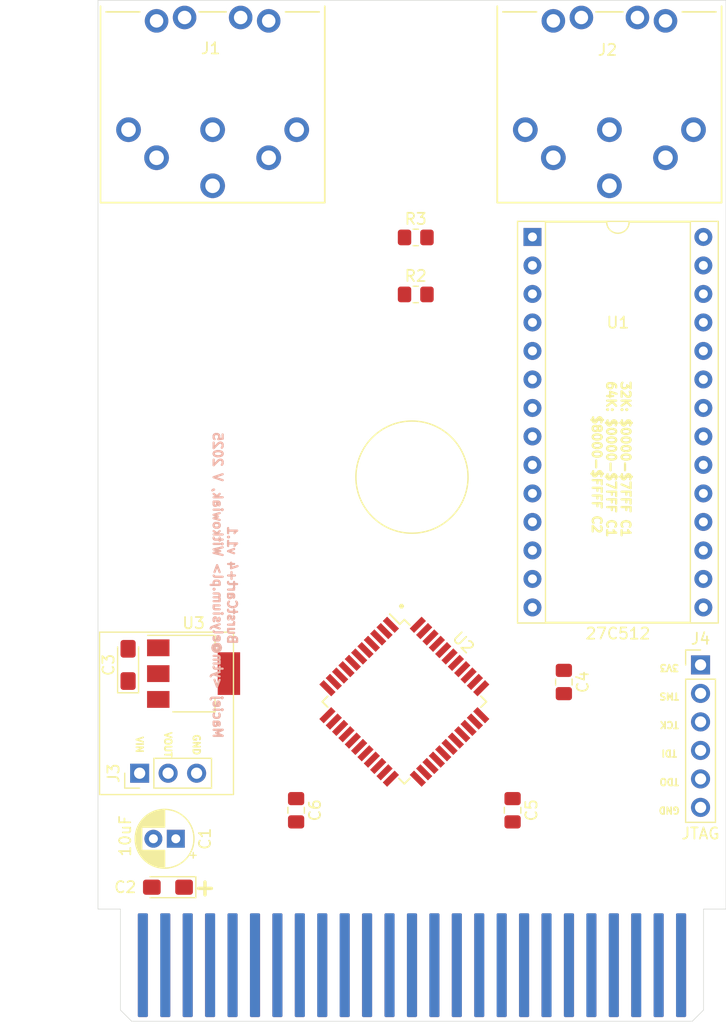
<source format=kicad_pcb>
(kicad_pcb (version 20211014) (generator pcbnew)
  (title_block (title "BurstCart+4") (date "2025-05-05") (rev "1.1") (company "YTM Enterprises") (comment 1 "Maciej Witkowiak <ytm@elysium.pl>"))
  (layers (0 "F.Cu" signal) (31 "B.Cu" signal) (34 "B.Paste" user) (35 "F.Paste" user) (36 "B.SilkS" user "B.Silkscreen") (37 "F.SilkS" user "F.Silkscreen") (38 "B.Mask" user) (39 "F.Mask" user) (44 "Edge.Cuts" user))
  (net 0 "")
  (net 2 "/~{IRQ}")
  (net 3 "/R{slash}~{W}")
  (net 4 "/PHI2")
  (net 5 "/D7")
  (net 6 "/D6")
  (net 7 "/D5")
  (net 8 "/D4")
  (net 9 "/D3")
  (net 10 "/D2")
  (net 11 "/D1")
  (net 12 "/D0")
  (net 13 "/~{RESET}")
  (net 14 "IEC_RESET")
  (net 15 "GND")
  (net 16 "IEC_ATN")
  (net 17 "IEC_CLK")
  (net 18 "IEC_DATA")
  (net 19 "VCC")
  (net 20 "/C1HI")
  (net 21 "/C2LO")
  (net 22 "/C2HI")
  (net 23 "/~{CS1}")
  (net 24 "/~{CS0}")
  (net 26 "/MUX")
  (net 27 "/BA")
  (net 28 "/AEC")
  (net 29 "/EXT_AUDIO")
  (net 30 "/NC2")
  (net 31 "/C1LO")
  (net 32 "/NC3")
  (net 33 "/~{RAS}")
  (net 34 "/PHI0")
  (net 35 "/A15")
  (net 36 "/A14")
  (net 37 "/A13")
  (net 38 "/A12")
  (net 39 "/A11")
  (net 40 "/A10")
  (net 41 "/A9")
  (net 42 "/A8")
  (net 43 "/A7")
  (net 44 "/A6")
  (net 45 "/A5")
  (net 46 "/A4")
  (net 47 "/A3")
  (net 48 "/A2")
  (net 49 "/A1")
  (net 50 "/A0")
  (net 51 "/NC1")
  (net 52 "/ROM_A15")
  (net 53 "/~{ROMCS}")
  (net 54 "IEC_SRQ")
  (net 55 "+3V3")
  (net 56 "/TMS")
  (net 57 "/TCK")
  (net 58 "/TDI")
  (net 59 "/TDO")
  (footprint "Package_TO_SOT_SMD:SOT-223-3_TabPin2" (layer "F.Cu") (at 128.778 111.774)
    (fp_text reference "U3" (at 0 -4.5) (layer "F.SilkS"))
    (fp_text value "AMS1117-3.3")
    (fp_line (start -4.1 -3.41) (end 1.91 -3.41) (layer "F.SilkS") (width 0.12))
    (fp_line (start -1.85 3.41) (end 1.91 3.41) (layer "F.SilkS") (width 0.12))
    (fp_line (start 1.91 3.41) (end 1.91 2.15) (layer "F.SilkS") (width 0.12))
    (fp_line (start 1.91 -3.41) (end 1.91 -2.15) (layer "F.SilkS") (width 0.12))
    (pad "1" smd rect (at -3.15 -2.3) (size 2 1.5) (layers "F.Cu" "F.Paste" "F.Mask") (net 15 "GND"))
    (pad "2" smd rect (at -3.15 0) (size 2 1.5) (layers "F.Cu" "F.Paste" "F.Mask") (net 55 "+3V3"))
    (pad "2" smd rect (at 3.15 0) (size 2 3.8) (layers "F.Cu" "F.Paste" "F.Mask") (net 55 "+3V3"))
    (pad "3" smd rect (at -3.15 2.3) (size 2 1.5) (layers "F.Cu" "F.Paste" "F.Mask") (net 19 "VCC"))
  )
  (footprint "Package_QFP:TQFP-44_10x10mm_P0.8mm" (layer "F.Cu") (at 147.574 114.2785 -45)
    (fp_text reference "U2" (at 0 -7.45 135) (layer "F.SilkS"))
    (fp_text value "XC9572XL-VQ44")
    (fp_line (start 5.175 -5.175) (end 4.5 -5.175) (layer "F.SilkS") (width 0.15))
    (fp_line (start -5.175 -5.175) (end -5.175 -4.6) (layer "F.SilkS") (width 0.15))
    (fp_line (start -5.175 5.175) (end -5.175 4.5) (layer "F.SilkS") (width 0.15))
    (fp_line (start 5.175 -5.175) (end 5.175 -4.5) (layer "F.SilkS") (width 0.15))
    (fp_line (start -5.175 -4.6) (end -6.45 -4.6) (layer "F.SilkS") (width 0.15))
    (fp_line (start 5.175 5.175) (end 4.5 5.175) (layer "F.SilkS") (width 0.15))
    (fp_line (start -5.175 -5.175) (end -4.5 -5.175) (layer "F.SilkS") (width 0.15))
    (fp_line (start -5.175 5.175) (end -4.5 5.175) (layer "F.SilkS") (width 0.15))
    (fp_line (start 5.175 5.175) (end 5.175 4.5) (layer "F.SilkS") (width 0.15))
    (pad "1" smd rect (at -5.7 -4 315) (size 1.5 0.55) (layers "F.Cu" "F.Paste" "F.Mask") (net 22 "/C2HI"))
    (pad "2" smd rect (at -5.7 -3.2 315) (size 1.5 0.55) (layers "F.Cu" "F.Paste" "F.Mask") (net 11 "/D1"))
    (pad "3" smd rect (at -5.7 -2.4 315) (size 1.5 0.55) (layers "F.Cu" "F.Paste" "F.Mask") (net 21 "/C2LO"))
    (pad "4" smd rect (at -5.7 -1.6 315) (size 1.5 0.55) (layers "F.Cu" "F.Paste" "F.Mask") (net 15 "GND"))
    (pad "5" smd rect (at -5.7 -0.8 315) (size 1.5 0.55) (layers "F.Cu" "F.Paste" "F.Mask") (net 52 "/ROM_A15"))
    (pad "6" smd rect (at -5.7 0 315) (size 1.5 0.55) (layers "F.Cu" "F.Paste" "F.Mask") (net 3 "/R{slash}~{W}"))
    (pad "7" smd rect (at -5.7 0.8 315) (size 1.5 0.55) (layers "F.Cu" "F.Paste" "F.Mask"))
    (pad "8" smd rect (at -5.7 1.6 315) (size 1.5 0.55) (layers "F.Cu" "F.Paste" "F.Mask") (net 26 "/MUX"))
    (pad "9" smd rect (at -5.7 2.4 315) (size 1.5 0.55) (layers "F.Cu" "F.Paste" "F.Mask") (net 58 "/TDI"))
    (pad "10" smd rect (at -5.7 3.2 315) (size 1.5 0.55) (layers "F.Cu" "F.Paste" "F.Mask") (net 56 "/TMS"))
    (pad "11" smd rect (at -5.7 4 315) (size 1.5 0.55) (layers "F.Cu" "F.Paste" "F.Mask") (net 57 "/TCK"))
    (pad "12" smd rect (at -4 5.7 45) (size 1.5 0.55) (layers "F.Cu" "F.Paste" "F.Mask") (net 41 "/A9"))
    (pad "13" smd rect (at -3.2 5.7 45) (size 1.5 0.55) (layers "F.Cu" "F.Paste" "F.Mask") (net 53 "/~{ROMCS}"))
    (pad "14" smd rect (at -2.4 5.7 45) (size 1.5 0.55) (layers "F.Cu" "F.Paste" "F.Mask") (net 42 "/A8"))
    (pad "15" smd rect (at -1.6 5.7 45) (size 1.5 0.55) (layers "F.Cu" "F.Paste" "F.Mask") (net 55 "+3V3"))
    (pad "16" smd rect (at -0.8 5.7 45) (size 1.5 0.55) (layers "F.Cu" "F.Paste" "F.Mask") (net 43 "/A7"))
    (pad "17" smd rect (at 0 5.7 45) (size 1.5 0.55) (layers "F.Cu" "F.Paste" "F.Mask") (net 15 "GND"))
    (pad "18" smd rect (at 0.8 5.7 45) (size 1.5 0.55) (layers "F.Cu" "F.Paste" "F.Mask") (net 45 "/A5"))
    (pad "19" smd rect (at 1.6 5.7 45) (size 1.5 0.55) (layers "F.Cu" "F.Paste" "F.Mask") (net 10 "/D2"))
    (pad "20" smd rect (at 2.4 5.7 45) (size 1.5 0.55) (layers "F.Cu" "F.Paste" "F.Mask") (net 36 "/A14"))
    (pad "21" smd rect (at 3.2 5.7 45) (size 1.5 0.55) (layers "F.Cu" "F.Paste" "F.Mask") (net 37 "/A13"))
    (pad "22" smd rect (at 4 5.7 45) (size 1.5 0.55) (layers "F.Cu" "F.Paste" "F.Mask") (net 38 "/A12"))
    (pad "23" smd rect (at 5.7 4 315) (size 1.5 0.55) (layers "F.Cu" "F.Paste" "F.Mask") (net 39 "/A11"))
    (pad "24" smd rect (at 5.7 3.2 315) (size 1.5 0.55) (layers "F.Cu" "F.Paste" "F.Mask") (net 59 "/TDO"))
    (pad "25" smd rect (at 5.7 2.4 315) (size 1.5 0.55) (layers "F.Cu" "F.Paste" "F.Mask") (net 15 "GND"))
    (pad "26" smd rect (at 5.7 1.6 315) (size 1.5 0.55) (layers "F.Cu" "F.Paste" "F.Mask") (net 55 "+3V3"))
    (pad "27" smd rect (at 5.7 0.8 315) (size 1.5 0.55) (layers "F.Cu" "F.Paste" "F.Mask") (net 40 "/A10"))
    (pad "28" smd rect (at 5.7 0 315) (size 1.5 0.55) (layers "F.Cu" "F.Paste" "F.Mask") (net 50 "/A0"))
    (pad "29" smd rect (at 5.7 -0.8 315) (size 1.5 0.55) (layers "F.Cu" "F.Paste" "F.Mask") (net 9 "/D3"))
    (pad "30" smd rect (at 5.7 -1.6 315) (size 1.5 0.55) (layers "F.Cu" "F.Paste" "F.Mask") (net 8 "/D4"))
    (pad "31" smd rect (at 5.7 -2.4 315) (size 1.5 0.55) (layers "F.Cu" "F.Paste" "F.Mask") (net 7 "/D5"))
    (pad "32" smd rect (at 5.7 -3.2 315) (size 1.5 0.55) (layers "F.Cu" "F.Paste" "F.Mask") (net 6 "/D6"))
    (pad "33" smd rect (at 5.7 -4 315) (size 1.5 0.55) (layers "F.Cu" "F.Paste" "F.Mask") (net 13 "/~{RESET}"))
    (pad "34" smd rect (at 4 -5.7 45) (size 1.5 0.55) (layers "F.Cu" "F.Paste" "F.Mask") (net 20 "/C1HI"))
    (pad "35" smd rect (at 3.2 -5.7 45) (size 1.5 0.55) (layers "F.Cu" "F.Paste" "F.Mask") (net 55 "+3V3"))
    (pad "36" smd rect (at 2.4 -5.7 45) (size 1.5 0.55) (layers "F.Cu" "F.Paste" "F.Mask") (net 31 "/C1LO"))
    (pad "37" smd rect (at 1.6 -5.7 45) (size 1.5 0.55) (layers "F.Cu" "F.Paste" "F.Mask") (net 5 "/D7"))
    (pad "38" smd rect (at 0.8 -5.7 45) (size 1.5 0.55) (layers "F.Cu" "F.Paste" "F.Mask") (net 18 "IEC_DATA"))
    (pad "39" smd rect (at 0 -5.7 45) (size 1.5 0.55) (layers "F.Cu" "F.Paste" "F.Mask") (net 12 "/D0"))
    (pad "40" smd rect (at -0.8 -5.7 45) (size 1.5 0.55) (layers "F.Cu" "F.Paste" "F.Mask") (net 35 "/A15"))
    (pad "41" smd rect (at -1.6 -5.7 45) (size 1.5 0.55) (layers "F.Cu" "F.Paste" "F.Mask") (net 46 "/A4"))
    (pad "42" smd rect (at -2.4 -5.7 45) (size 1.5 0.55) (layers "F.Cu" "F.Paste" "F.Mask") (net 44 "/A6"))
    (pad "43" smd rect (at -3.2 -5.7 45) (size 1.5 0.55) (layers "F.Cu" "F.Paste" "F.Mask") (net 54 "IEC_SRQ"))
    (pad "44" smd rect (at -4 -5.7 45) (size 1.5 0.55) (layers "F.Cu" "F.Paste" "F.Mask") (net 34 "/PHI0"))
  )
  (footprint "burstcart:DIN6" (layer "F.Cu") (at 130.302 57.658)
    (fp_text reference "J1" (at 0 -1.614 unlocked) (layer "F.SilkS"))
    (fp_text value "IEC")
    (fp_line (start 6.674 -4.864) (end 9.674 -4.864) (layer "F.SilkS") (width 0.15))
    (fp_line (start -1.026 -4.864) (end 1.374 -4.864) (layer "F.SilkS") (width 0.15))
    (fp_line (start -9.826 12.136) (end 10.174 12.136) (layer "F.SilkS") (width 0.15))
    (fp_line (start -9.826 -5.364) (end -9.826 12.136) (layer "F.SilkS") (width 0.15))
    (fp_line (start -9.326 -4.864) (end -6.326 -4.864) (layer "F.SilkS") (width 0.15))
    (fp_line (start 10.174 12.136) (end 10.174 -5.364) (layer "F.SilkS") (width 0.15))
    (pad "" thru_hole circle (at -2.326 -4.364) (size 2.1 2.1) (drill 1.2) (layers F&B.Cu *.Mask))
    (pad "" thru_hole circle (at -4.826 -4.064) (size 2.1 2.1) (drill 1.2) (layers F&B.Cu *.Mask))
    (pad "" thru_hole circle (at 2.674 -4.364) (size 2.1 2.1) (drill 1.2) (layers F&B.Cu *.Mask))
    (pad "" thru_hole circle (at 5.174 -4.064) (size 2.1 2.1) (drill 1.2) (layers F&B.Cu *.Mask))
    (pad "1" thru_hole circle (at -7.326 5.636) (size 2.2 2.2) (drill 1.3) (layers F&B.Cu *.Mask) (net 54 "IEC_SRQ") (clearance 0.3))
    (pad "2" thru_hole circle (at -4.826 8.136) (size 2.2 2.2) (drill 1.3) (layers F&B.Cu *.Mask) (net 15 "GND") (clearance 0.3))
    (pad "3" thru_hole circle (at 0.174 5.636) (size 2.2 2.2) (drill 1.3) (layers F&B.Cu *.Mask) (net 16 "IEC_ATN") (clearance 0.3))
    (pad "4" thru_hole circle (at 5.174 8.136) (size 2.2 2.2) (drill 1.3) (layers F&B.Cu *.Mask) (net 17 "IEC_CLK") (clearance 0.3))
    (pad "5" thru_hole circle (at 7.674 5.636) (size 2.2 2.2) (drill 1.3) (layers F&B.Cu *.Mask) (net 18 "IEC_DATA") (clearance 0.3))
    (pad "6" thru_hole circle (at 0.174 10.636) (size 2.2 2.2) (drill 1.3) (layers F&B.Cu *.Mask) (net 14 "IEC_RESET") (clearance 0.3))
  )
  (footprint "Package_DIP:DIP-28_W15.24mm_Socket" (layer "F.Cu") (at 158.999 72.8546)
    (fp_text reference "U1" (at 7.62 7.635) (layer "F.SilkS"))
    (fp_text value "27C512" (at 7.62 35.35) (layer "F.SilkS"))
    (fp_line (start 14.08 -1.33) (end 8.62 -1.33) (layer "F.SilkS") (width 0.12))
    (fp_line (start 16.57 34.41) (end 16.57 -1.39) (layer "F.SilkS") (width 0.12))
    (fp_line (start -1.33 -1.39) (end -1.33 34.41) (layer "F.SilkS") (width 0.12))
    (fp_line (start 16.57 -1.39) (end -1.33 -1.39) (layer "F.SilkS") (width 0.12))
    (fp_line (start 1.16 -1.33) (end 1.16 34.35) (layer "F.SilkS") (width 0.12))
    (fp_line (start 6.62 -1.33) (end 1.16 -1.33) (layer "F.SilkS") (width 0.12))
    (fp_line (start 14.08 34.35) (end 14.08 -1.33) (layer "F.SilkS") (width 0.12))
    (fp_line (start -1.33 34.41) (end 16.57 34.41) (layer "F.SilkS") (width 0.12))
    (fp_line (start 1.16 34.35) (end 14.08 34.35) (layer "F.SilkS") (width 0.12))
    (fp_arc (start 8.62 -1.33) (mid 7.62 -0.33) (end 6.62 -1.33) (layer "F.SilkS") (width 0.12))
    (pad "1" thru_hole rect (at 0 0) (size 1.6 1.6) (drill 0.8) (layers *.Cu *.Mask) (net 52 "/ROM_A15"))
    (pad "2" thru_hole oval (at 0 2.54) (size 1.6 1.6) (drill 0.8) (layers *.Cu *.Mask) (net 38 "/A12"))
    (pad "3" thru_hole oval (at 0 5.08) (size 1.6 1.6) (drill 0.8) (layers *.Cu *.Mask) (net 43 "/A7"))
    (pad "4" thru_hole oval (at 0 7.62) (size 1.6 1.6) (drill 0.8) (layers *.Cu *.Mask) (net 44 "/A6"))
    (pad "5" thru_hole oval (at 0 10.16) (size 1.6 1.6) (drill 0.8) (layers *.Cu *.Mask) (net 45 "/A5"))
    (pad "6" thru_hole oval (at 0 12.7) (size 1.6 1.6) (drill 0.8) (layers *.Cu *.Mask) (net 46 "/A4"))
    (pad "7" thru_hole oval (at 0 15.24) (size 1.6 1.6) (drill 0.8) (layers *.Cu *.Mask) (net 47 "/A3"))
    (pad "8" thru_hole oval (at 0 17.78) (size 1.6 1.6) (drill 0.8) (layers *.Cu *.Mask) (net 48 "/A2"))
    (pad "9" thru_hole oval (at 0 20.32) (size 1.6 1.6) (drill 0.8) (layers *.Cu *.Mask) (net 49 "/A1"))
    (pad "10" thru_hole oval (at 0 22.86) (size 1.6 1.6) (drill 0.8) (layers *.Cu *.Mask) (net 50 "/A0"))
    (pad "11" thru_hole oval (at 0 25.4) (size 1.6 1.6) (drill 0.8) (layers *.Cu *.Mask) (net 12 "/D0"))
    (pad "12" thru_hole oval (at 0 27.94) (size 1.6 1.6) (drill 0.8) (layers *.Cu *.Mask) (net 11 "/D1"))
    (pad "13" thru_hole oval (at 0 30.48) (size 1.6 1.6) (drill 0.8) (layers *.Cu *.Mask) (net 10 "/D2"))
    (pad "14" thru_hole oval (at 0 33.02) (size 1.6 1.6) (drill 0.8) (layers *.Cu *.Mask) (net 15 "GND"))
    (pad "15" thru_hole oval (at 15.24 33.02) (size 1.6 1.6) (drill 0.8) (layers *.Cu *.Mask) (net 9 "/D3"))
    (pad "16" thru_hole oval (at 15.24 30.48) (size 1.6 1.6) (drill 0.8) (layers *.Cu *.Mask) (net 8 "/D4"))
    (pad "17" thru_hole oval (at 15.24 27.94) (size 1.6 1.6) (drill 0.8) (layers *.Cu *.Mask) (net 7 "/D5"))
    (pad "18" thru_hole oval (at 15.24 25.4) (size 1.6 1.6) (drill 0.8) (layers *.Cu *.Mask) (net 6 "/D6"))
    (pad "19" thru_hole oval (at 15.24 22.86) (size 1.6 1.6) (drill 0.8) (layers *.Cu *.Mask) (net 5 "/D7"))
    (pad "20" thru_hole oval (at 15.24 20.32) (size 1.6 1.6) (drill 0.8) (layers *.Cu *.Mask) (net 53 "/~{ROMCS}"))
    (pad "21" thru_hole oval (at 15.24 17.78) (size 1.6 1.6) (drill 0.8) (layers *.Cu *.Mask) (net 40 "/A10"))
    (pad "22" thru_hole oval (at 15.24 15.24) (size 1.6 1.6) (drill 0.8) (layers *.Cu *.Mask) (net 53 "/~{ROMCS}"))
    (pad "23" thru_hole oval (at 15.24 12.7) (size 1.6 1.6) (drill 0.8) (layers *.Cu *.Mask) (net 39 "/A11"))
    (pad "24" thru_hole oval (at 15.24 10.16) (size 1.6 1.6) (drill 0.8) (layers *.Cu *.Mask) (net 41 "/A9"))
    (pad "25" thru_hole oval (at 15.24 7.62) (size 1.6 1.6) (drill 0.8) (layers *.Cu *.Mask) (net 42 "/A8"))
    (pad "26" thru_hole oval (at 15.24 5.08) (size 1.6 1.6) (drill 0.8) (layers *.Cu *.Mask) (net 37 "/A13"))
    (pad "27" thru_hole oval (at 15.24 2.54) (size 1.6 1.6) (drill 0.8) (layers *.Cu *.Mask) (net 36 "/A14"))
    (pad "28" thru_hole oval (at 15.24 0) (size 1.6 1.6) (drill 0.8) (layers *.Cu *.Mask) (net 19 "VCC"))
  )
  (footprint "Capacitor_SMD:C_0805_2012Metric_Pad1.18x1.45mm_HandSolder" (layer "F.Cu") (at 137.922 123.952 -90)
    (fp_text reference "C6" (at 0 -1.68 90) (layer "F.SilkS"))
    (fp_text value "0.1uF")
    (fp_line (start -0.261252 0.735) (end 0.261252 0.735) (layer "F.SilkS") (width 0.12))
    (fp_line (start -0.261252 -0.735) (end 0.261252 -0.735) (layer "F.SilkS") (width 0.12))
    (pad "1" smd roundrect (at -1.0375 0 270) (size 1.175 1.45) (layers "F.Cu" "F.Paste" "F.Mask") (roundrect_rratio 0.212766) (net 55 "+3V3"))
    (pad "2" smd roundrect (at 1.0375 0 270) (size 1.175 1.45) (layers "F.Cu" "F.Paste" "F.Mask") (roundrect_rratio 0.212766) (net 15 "GND"))
  )
  (footprint "Capacitor_SMD:C_0805_2012Metric_Pad1.18x1.45mm_HandSolder" (layer "F.Cu") (at 157.226 123.952 -90)
    (fp_text reference "C5" (at 0 -1.68 90) (layer "F.SilkS"))
    (fp_text value "0.1uF")
    (fp_line (start -0.261252 0.735) (end 0.261252 0.735) (layer "F.SilkS") (width 0.12))
    (fp_line (start -0.261252 -0.735) (end 0.261252 -0.735) (layer "F.SilkS") (width 0.12))
    (pad "1" smd roundrect (at -1.0375 0 270) (size 1.175 1.45) (layers "F.Cu" "F.Paste" "F.Mask") (roundrect_rratio 0.212766) (net 55 "+3V3"))
    (pad "2" smd roundrect (at 1.0375 0 270) (size 1.175 1.45) (layers "F.Cu" "F.Paste" "F.Mask") (roundrect_rratio 0.212766) (net 15 "GND"))
  )
  (footprint "Connector_PinHeader_2.54mm:PinHeader_1x03_P2.54mm_Vertical" (layer "F.Cu") (at 123.967 120.65 90)
    (fp_text reference "J3" (at 0 -2.33 90) (layer "F.SilkS"))
    (fp_text value "AMS1117")
    (fp_line (start -1.33 -1.33) (end 0 -1.33) (layer "F.SilkS") (width 0.12))
    (fp_line (start -1.33 6.41) (end 1.33 6.41) (layer "F.SilkS") (width 0.12))
    (fp_line (start -1.33 1.27) (end 1.33 1.27) (layer "F.SilkS") (width 0.12))
    (fp_line (start 1.33 1.27) (end 1.33 6.41) (layer "F.SilkS") (width 0.12))
    (fp_line (start -1.33 0) (end -1.33 -1.33) (layer "F.SilkS") (width 0.12))
    (fp_line (start -1.33 1.27) (end -1.33 6.41) (layer "F.SilkS") (width 0.12))
    (pad "1" thru_hole rect (at 0 0 90) (size 1.7 1.7) (drill 1) (layers *.Cu *.Mask) (net 19 "VCC"))
    (pad "2" thru_hole oval (at 0 2.54 90) (size 1.7 1.7) (drill 1) (layers *.Cu *.Mask) (net 55 "+3V3"))
    (pad "3" thru_hole oval (at 0 5.08 90) (size 1.7 1.7) (drill 1) (layers *.Cu *.Mask) (net 15 "GND"))
  )
  (footprint "c264-magic-cart-rev1:C16_CART" (layer "F.Cu") (at 122.2531 142.7596)
    (fp_text reference "U$1" hide)
    (fp_text value "C16_CARTRIDGE" hide)
    (fp_circle (center 26 -48.5) (end 31 -48.5) (layer "F.SilkS") (width 0.127) (fill none))
    (fp_line (start 54 -10) (end 52 -10) (layer "Edge.Cuts") (width 0.05))
    (fp_line (start -2 -10) (end -2 -91) (layer "Edge.Cuts") (width 0.05))
    (fp_line (start -2 -10) (end 0 -10) (layer "Edge.Cuts") (width 0.05))
    (fp_line (start 51 0) (end 52 -1) (layer "Edge.Cuts") (width 0.05))
    (fp_line (start -2 -91) (end 54 -91) (layer "Edge.Cuts") (width 0.05))
    (fp_line (start 52 -1) (end 52 -10) (layer "Edge.Cuts") (width 0.05))
    (fp_line (start 0 -1) (end 0 -10) (layer "Edge.Cuts") (width 0.05))
    (fp_line (start 1 0) (end 51 0) (layer "Edge.Cuts") (width 0.05))
    (fp_line (start 54 -10) (end 54 -91) (layer "Edge.Cuts") (width 0.05))
    (fp_line (start 1 0) (end 0 -1) (layer "Edge.Cuts") (width 0.05))
    (pad "" np_thru_hole circle locked (at 26 -48.5) (size 5 5) (drill 5) (layers F&B.Cu *.Mask))
    (pad "1" smd roundrect locked (at 2 -5) (size 0.9 9.25) (layers "F.Cu" "F.Paste" "F.Mask") (roundrect_rratio 0.125) (net 15 "GND"))
    (pad "2" smd roundrect locked (at 4 -5) (size 0.9 9.25) (layers "F.Cu" "F.Paste" "F.Mask") (roundrect_rratio 0.125) (net 19 "VCC"))
    (pad "3" smd roundrect locked (at 6 -5) (size 0.9 9.25) (layers "F.Cu" "F.Paste" "F.Mask") (roundrect_rratio 0.125) (net 19 "VCC"))
    (pad "4" smd roundrect locked (at 8 -5) (size 0.9 9.25) (layers "F.Cu" "F.Paste" "F.Mask") (roundrect_rratio 0.125) (net 2 "/~{IRQ}"))
    (pad "5" smd roundrect locked (at 10 -5) (size 0.9 9.25) (layers "F.Cu" "F.Paste" "F.Mask") (roundrect_rratio 0.125) (net 3 "/R{slash}~{W}"))
    (pad "6" smd roundrect locked (at 12 -5) (size 0.9 9.25) (layers "F.Cu" "F.Paste" "F.Mask") (roundrect_rratio 0.125) (net 20 "/C1HI"))
    (pad "7" smd roundrect locked (at 14 -5) (size 0.9 9.25) (layers "F.Cu" "F.Paste" "F.Mask") (roundrect_rratio 0.125) (net 21 "/C2LO"))
    (pad "8" smd roundrect locked (at 16 -5) (size 0.9 9.25) (layers "F.Cu" "F.Paste" "F.Mask") (roundrect_rratio 0.125) (net 22 "/C2HI"))
    (pad "9" smd roundrect locked (at 18 -5) (size 0.9 9.25) (layers "F.Cu" "F.Paste" "F.Mask") (roundrect_rratio 0.125) (net 23 "/~{CS1}"))
    (pad "10" smd roundrect locked (at 20 -5) (size 0.9 9.25) (layers "F.Cu" "F.Paste" "F.Mask") (roundrect_rratio 0.125) (net 24 "/~{CS0}"))
    (pad "11" smd roundrect locked (at 22 -5) (size 0.9 9.25) (layers "F.Cu" "F.Paste" "F.Mask") (roundrect_rratio 0.125))
    (pad "12" smd roundrect locked (at 24 -5) (size 0.9 9.25) (layers "F.Cu" "F.Paste" "F.Mask") (roundrect_rratio 0.125) (net 26 "/MUX"))
    (pad "13" smd roundrect locked (at 26 -5) (size 0.9 9.25) (layers "F.Cu" "F.Paste" "F.Mask") (roundrect_rratio 0.125) (net 27 "/BA"))
    (pad "14" smd roundrect locked (at 28 -5) (size 0.9 9.25) (layers "F.Cu" "F.Paste" "F.Mask") (roundrect_rratio 0.125) (net 5 "/D7"))
    (pad "15" smd roundrect locked (at 30 -5) (size 0.9 9.25) (layers "F.Cu" "F.Paste" "F.Mask") (roundrect_rratio 0.125) (net 6 "/D6"))
    (pad "16" smd roundrect locked (at 32 -5) (size 0.9 9.25) (layers "F.Cu" "F.Paste" "F.Mask") (roundrect_rratio 0.125) (net 7 "/D5"))
    (pad "17" smd roundrect locked (at 34 -5) (size 0.9 9.25) (layers "F.Cu" "F.Paste" "F.Mask") (roundrect_rratio 0.125) (net 8 "/D4"))
    (pad "18" smd roundrect locked (at 36 -5) (size 0.9 9.25) (layers "F.Cu" "F.Paste" "F.Mask") (roundrect_rratio 0.125) (net 9 "/D3"))
    (pad "19" smd roundrect locked (at 38 -5) (size 0.9 9.25) (layers "F.Cu" "F.Paste" "F.Mask") (roundrect_rratio 0.125) (net 10 "/D2"))
    (pad "20" smd roundrect locked (at 40 -5) (size 0.9 9.25) (layers "F.Cu" "F.Paste" "F.Mask") (roundrect_rratio 0.125) (net 11 "/D1"))
    (pad "21" smd roundrect locked (at 42 -5) (size 0.9 9.25) (layers "F.Cu" "F.Paste" "F.Mask") (roundrect_rratio 0.125) (net 12 "/D0"))
    (pad "22" smd roundrect locked (at 44 -5) (size 0.9 9.25) (layers "F.Cu" "F.Paste" "F.Mask") (roundrect_rratio 0.125) (net 28 "/AEC"))
    (pad "23" smd roundrect locked (at 46 -5) (size 0.9 9.25) (layers "F.Cu" "F.Paste" "F.Mask") (roundrect_rratio 0.125) (net 29 "/EXT_AUDIO"))
    (pad "24" smd roundrect locked (at 48 -5) (size 0.9 9.25) (layers "F.Cu" "F.Paste" "F.Mask") (roundrect_rratio 0.125) (net 4 "/PHI2"))
    (pad "25" smd roundrect locked (at 50 -5) (size 0.9 9.25) (layers "F.Cu" "F.Paste" "F.Mask") (roundrect_rratio 0.125) (net 15 "GND"))
    (pad "A" smd roundrect locked (at 2 -5) (size 0.9 9.25) (layers "B.Cu" "B.Paste" "B.Mask") (roundrect_rratio 0.125) (net 15 "GND"))
    (pad "AA" smd roundrect locked (at 46 -5) (size 0.9 9.25) (layers "B.Cu" "B.Paste" "B.Mask") (roundrect_rratio 0.125) (net 30 "/NC2"))
    (pad "B" smd roundrect locked (at 4 -5) (size 0.9 9.25) (layers "B.Cu" "B.Paste" "B.Mask") (roundrect_rratio 0.125) (net 31 "/C1LO"))
    (pad "BB" smd roundrect locked (at 48 -5) (size 0.9 9.25) (layers "B.Cu" "B.Paste" "B.Mask") (roundrect_rratio 0.125) (net 32 "/NC3"))
    (pad "C" smd roundrect locked (at 6 -5) (size 0.9 9.25) (layers "B.Cu" "B.Paste" "B.Mask") (roundrect_rratio 0.125) (net 13 "/~{RESET}"))
    (pad "CC" smd roundrect locked (at 50 -5) (size 0.9 9.25) (layers "B.Cu" "B.Paste" "B.Mask") (roundrect_rratio 0.125) (net 15 "GND"))
    (pad "D" smd roundrect locked (at 8 -5) (size 0.9 9.25) (layers "B.Cu" "B.Paste" "B.Mask") (roundrect_rratio 0.125) (net 33 "/~{RAS}"))
    (pad "E" smd roundrect locked (at 10 -5) (size 0.9 9.25) (layers "B.Cu" "B.Paste" "B.Mask") (roundrect_rratio 0.125) (net 34 "/PHI0"))
    (pad "F" smd roundrect locked (at 12 -5) (size 0.9 9.25) (layers "B.Cu" "B.Paste" "B.Mask") (roundrect_rratio 0.125) (net 35 "/A15"))
    (pad "H" smd roundrect locked (at 14 -5) (size 0.9 9.25) (layers "B.Cu" "B.Paste" "B.Mask") (roundrect_rratio 0.125) (net 36 "/A14"))
    (pad "J" smd roundrect locked (at 16 -5) (size 0.9 9.25) (layers "B.Cu" "B.Paste" "B.Mask") (roundrect_rratio 0.125) (net 37 "/A13"))
    (pad "K" smd roundrect locked (at 18 -5) (size 0.9 9.25) (layers "B.Cu" "B.Paste" "B.Mask") (roundrect_rratio 0.125) (net 38 "/A12"))
    (pad "L" smd roundrect locked (at 20 -5) (size 0.9 9.25) (layers "B.Cu" "B.Paste" "B.Mask") (roundrect_rratio 0.125) (net 39 "/A11"))
    (pad "M" smd roundrect locked (at 22 -5) (size 0.9 9.25) (layers "B.Cu" "B.Paste" "B.Mask") (roundrect_rratio 0.125) (net 40 "/A10"))
    (pad "N" smd roundrect locked (at 24 -5) (size 0.9 9.25) (layers "B.Cu" "B.Paste" "B.Mask") (roundrect_rratio 0.125) (net 41 "/A9"))
    (pad "P" smd roundrect locked (at 26 -5) (size 0.9 9.25) (layers "B.Cu" "B.Paste" "B.Mask") (roundrect_rratio 0.125) (net 42 "/A8"))
    (pad "R" smd roundrect locked (at 28 -5) (size 0.9 9.25) (layers "B.Cu" "B.Paste" "B.Mask") (roundrect_rratio 0.125) (net 43 "/A7"))
    (pad "S" smd roundrect locked (at 30 -5) (size 0.9 9.25) (layers "B.Cu" "B.Paste" "B.Mask") (roundrect_rratio 0.125) (net 44 "/A6"))
    (pad "T" smd roundrect locked (at 32 -5) (size 0.9 9.25) (layers "B.Cu" "B.Paste" "B.Mask") (roundrect_rratio 0.125) (net 45 "/A5"))
    (pad "U" smd roundrect locked (at 34 -5) (size 0.9 9.25) (layers "B.Cu" "B.Paste" "B.Mask") (roundrect_rratio 0.125) (net 46 "/A4"))
    (pad "V" smd roundrect locked (at 36 -5) (size 0.9 9.25) (layers "B.Cu" "B.Paste" "B.Mask") (roundrect_rratio 0.125) (net 47 "/A3"))
    (pad "W" smd roundrect locked (at 38 -5) (size 0.9 9.25) (layers "B.Cu" "B.Paste" "B.Mask") (roundrect_rratio 0.125) (net 48 "/A2"))
    (pad "X" smd roundrect locked (at 40 -5) (size 0.9 9.25) (layers "B.Cu" "B.Paste" "B.Mask") (roundrect_rratio 0.125) (net 49 "/A1"))
    (pad "Y" smd roundrect locked (at 42 -5) (size 0.9 9.25) (layers "B.Cu" "B.Paste" "B.Mask") (roundrect_rratio 0.125) (net 50 "/A0"))
    (pad "Z" smd roundrect locked (at 44 -5) (size 0.9 9.25) (layers "B.Cu" "B.Paste" "B.Mask") (roundrect_rratio 0.125) (net 51 "/NC1"))
  )
  (footprint "burstcart:DIN6" (layer "F.Cu") (at 165.688 57.658)
    (fp_text reference "J2" (at 0 -1.476 unlocked) (layer "F.SilkS"))
    (fp_text value "IEC")
    (fp_line (start 10.174 12.136) (end 10.174 -5.364) (layer "F.SilkS") (width 0.15))
    (fp_line (start -9.326 -4.864) (end -6.326 -4.864) (layer "F.SilkS") (width 0.15))
    (fp_line (start -1.026 -4.864) (end 1.374 -4.864) (layer "F.SilkS") (width 0.15))
    (fp_line (start -9.826 12.136) (end 10.174 12.136) (layer "F.SilkS") (width 0.15))
    (fp_line (start -9.826 -5.364) (end -9.826 12.136) (layer "F.SilkS") (width 0.15))
    (fp_line (start 6.674 -4.864) (end 9.674 -4.864) (layer "F.SilkS") (width 0.15))
    (pad "" thru_hole circle (at 5.174 -4.064) (size 2.1 2.1) (drill 1.2) (layers F&B.Cu *.Mask))
    (pad "" thru_hole circle (at 2.674 -4.364) (size 2.1 2.1) (drill 1.2) (layers F&B.Cu *.Mask))
    (pad "" thru_hole circle (at -4.826 -4.064) (size 2.1 2.1) (drill 1.2) (layers F&B.Cu *.Mask))
    (pad "" thru_hole circle (at -2.326 -4.364) (size 2.1 2.1) (drill 1.2) (layers F&B.Cu *.Mask))
    (pad "1" thru_hole circle (at -7.326 5.636) (size 2.2 2.2) (drill 1.3) (layers F&B.Cu *.Mask) (net 54 "IEC_SRQ") (clearance 0.3))
    (pad "2" thru_hole circle (at -4.826 8.136) (size 2.2 2.2) (drill 1.3) (layers F&B.Cu *.Mask) (net 15 "GND") (clearance 0.3))
    (pad "3" thru_hole circle (at 0.174 5.636) (size 2.2 2.2) (drill 1.3) (layers F&B.Cu *.Mask) (net 16 "IEC_ATN") (clearance 0.3))
    (pad "4" thru_hole circle (at 5.174 8.136) (size 2.2 2.2) (drill 1.3) (layers F&B.Cu *.Mask) (net 17 "IEC_CLK") (clearance 0.3))
    (pad "5" thru_hole circle (at 7.674 5.636) (size 2.2 2.2) (drill 1.3) (layers F&B.Cu *.Mask) (net 18 "IEC_DATA") (clearance 0.3))
    (pad "6" thru_hole circle (at 0.174 10.636) (size 2.2 2.2) (drill 1.3) (layers F&B.Cu *.Mask) (net 14 "IEC_RESET") (clearance 0.3))
  )
  (footprint "Capacitor_THT:CP_Radial_D5.0mm_P2.00mm" (layer "F.Cu") (at 127.1931 126.492 180)
    (fp_text reference "C1" (at -2.600888 0 90) (layer "F.SilkS"))
    (fp_text value "10uF" (at 4.511112 0.254 90) (layer "F.SilkS"))
    (fp_line (start 1.921 -2.414) (end 1.921 -1.04) (layer "F.SilkS") (width 0.12))
    (fp_line (start 1.721 1.04) (end 1.721 2.48) (layer "F.SilkS") (width 0.12))
    (fp_line (start 1.04 1.04) (end 1.04 2.58) (layer "F.SilkS") (width 0.12))
    (fp_line (start 1.64 -2.501) (end 1.64 -1.04) (layer "F.SilkS") (width 0.12))
    (fp_line (start 2.281 1.04) (end 2.281 2.247) (layer "F.SilkS") (width 0.12))
    (fp_line (start 2.681 -1.971) (end 2.681 -1.04) (layer "F.SilkS") (width 0.12))
    (fp_line (start 1.16 1.04) (end 1.16 2.576) (layer "F.SilkS") (width 0.12))
    (fp_line (start 2.561 -2.065) (end 2.561 -1.04) (layer "F.SilkS") (width 0.12))
    (fp_line (start 1 -2.58) (end 1 -1.04) (layer "F.SilkS") (width 0.12))
    (fp_line (start 2.601 -2.035) (end 2.601 -1.04) (layer "F.SilkS") (width 0.12))
    (fp_line (start 2.481 1.04) (end 2.481 2.122) (layer "F.SilkS") (width 0.12))
    (fp_line (start 1.28 1.04) (end 1.28 2.565) (layer "F.SilkS") (width 0.12))
    (fp_line (start -1.804775 -1.475) (end -1.304775 -1.475) (layer "F.SilkS") (width 0.12))
    (fp_line (start 1.36 -2.556) (end 1.36 -1.04) (layer "F.SilkS") (width 0.12))
    (fp_line (start 1.08 1.04) (end 1.08 2.579) (layer "F.SilkS") (width 0.12))
    (fp_line (start 1.6 -2.511) (end 1.6 -1.04) (layer "F.SilkS") (width 0.12))
    (fp_line (start 2.801 1.04) (end 2.801 1.864) (layer "F.SilkS") (width 0.12))
    (fp_line (start 1.761 1.04) (end 1.761 2.468) (layer "F.SilkS") (width 0.12))
    (fp_line (start 2.561 1.04) (end 2.561 2.065) (layer "F.SilkS") (width 0.12))
    (fp_line (start 3.001 -1.653) (end 3.001 -1.04) (layer "F.SilkS") (width 0.12))
    (fp_line (start 3.561 -0.518) (end 3.561 0.518) (layer "F.SilkS") (width 0.12))
    (fp_line (start 2.961 -1.699) (end 2.961 -1.04) (layer "F.SilkS") (width 0.12))
    (fp_line (start 2.441 1.04) (end 2.441 2.149) (layer "F.SilkS") (width 0.12))
    (fp_line (start 3.081 -1.554) (end 3.081 1.554) (layer "F.SilkS") (width 0.12))
    (fp_line (start 1.48 -2.536) (end 1.48 -1.04) (layer "F.SilkS") (width 0.12))
    (fp_line (start 2.841 -1.826) (end 2.841 -1.04) (layer "F.SilkS") (width 0.12))
    (fp_line (start 2.321 -2.224) (end 2.321 -1.04) (layer "F.SilkS") (width 0.12))
    (fp_line (start 2.241 1.04) (end 2.241 2.268) (layer "F.SilkS") (width 0.12))
    (fp_line (start 1.36 1.04) (end 1.36 2.556) (layer "F.SilkS") (width 0.12))
    (fp_line (start 2.761 -1.901) (end 2.761 -1.04) (layer "F.SilkS") (width 0.12))
    (fp_line (start 2.961 1.04) (end 2.961 1.699) (layer "F.SilkS") (width 0.12))
    (fp_line (start 2.401 -2.175) (end 2.401 -1.04) (layer "F.SilkS") (width 0.12))
    (fp_line (start 1.16 -2.576) (end 1.16 -1.04) (layer "F.SilkS") (width 0.12))
    (fp_line (start 1.801 1.04) (end 1.801 2.455) (layer "F.SilkS") (width 0.12))
    (fp_line (start 2.041 -2.365) (end 2.041 -1.04) (layer "F.SilkS") (width 0.12))
    (fp_line (start 1.841 -2.442) (end 1.841 -1.04) (layer "F.SilkS") (width 0.12))
    (fp_line (start 2.881 -1.785) (end 2.881 -1.04) (layer "F.SilkS") (width 0.12))
    (fp_line (start 1.64 1.04) (end 1.64 2.501) (layer "F.SilkS") (width 0.12))
    (fp_line (start 3.121 -1.5) (end 3.121 1.5) (layer "F.SilkS") (width 0.12))
    (fp_line (start 1.12 -2.578) (end 1.12 -1.04) (layer "F.SilkS") (width 0.12))
    (fp_line (start 1.24 -2.569) (end 1.24 -1.04) (layer "F.SilkS") (width 0.12))
    (fp_line (start 2.361 1.04) (end 2.361 2.2) (layer "F.SilkS") (width 0.12))
    (fp_line (start 2.801 -1.864) (end 2.801 -1.04) (layer "F.SilkS") (width 0.12))
    (fp_line (start 1.761 -2.468) (end 1.761 -1.04) (layer "F.SilkS") (width 0.12))
    (fp_line (start 1.68 1.04) (end 1.68 2.491) (layer "F.SilkS") (width 0.12))
    (fp_line (start 2.921 1.04) (end 2.921 1.743) (layer "F.SilkS") (width 0.12))
    (fp_line (start 2.401 1.04) (end 2.401 2.175) (layer "F.SilkS") (width 0.12))
    (fp_line (start 1.56 -2.52) (end 1.56 -1.04) (layer "F.SilkS") (width 0.12))
    (fp_line (start 1.52 1.04) (end 1.52 2.528) (layer "F.SilkS") (width 0.12))
    (fp_line (start 3.041 -1.605) (end 3.041 1.605) (layer "F.SilkS") (width 0.12))
    (fp_line (start 1.961 1.04) (end 1.961 2.398) (layer "F.SilkS") (width 0.12))
    (fp_line (start 1.32 1.04) (end 1.32 2.561) (layer "F.SilkS") (width 0.12))
    (fp_line (start 1.721 -2.48) (end 1.721 -1.04) (layer "F.SilkS") (width 0.12))
    (fp_line (start 1.32 -2.561) (end 1.32 -1.04) (layer "F.SilkS") (width 0.12))
    (fp_line (start 2.881 1.04) (end 2.881 1.785) (layer "F.SilkS") (width 0.12))
    (fp_line (start 1.44 1.04) (end 1.44 2.543) (layer "F.SilkS") (width 0.12))
    (fp_line (start 2.001 1.04) (end 2.001 2.382) (layer "F.SilkS") (width 0.12))
    (fp_line (start 2.361 -2.2) (end 2.361 -1.04) (layer "F.SilkS") (width 0.12))
    (fp_line (start -1.554775 -1.725) (end -1.554775 -1.225) (layer "F.SilkS") (width 0.12))
    (fp_line (start 3.161 -1.443) (end 3.161 1.443) (layer "F.SilkS") (width 0.12))
    (fp_line (start 1.24 1.04) (end 1.24 2.569) (layer "F.SilkS") (width 0.12))
    (fp_line (start 1.28 -2.565) (end 1.28 -1.04) (layer "F.SilkS") (width 0.12))
    (fp_line (start 2.441 -2.149) (end 2.441 -1.04) (layer "F.SilkS") (width 0.12))
    (fp_line (start 2.721 -1.937) (end 2.721 -1.04) (layer "F.SilkS") (width 0.12))
    (fp_line (start 1.48 1.04) (end 1.48 2.536) (layer "F.SilkS") (width 0.12))
    (fp_line (start 2.321 1.04) (end 2.321 2.224) (layer "F.SilkS") (width 0.12))
    (fp_line (start 1.841 1.04) (end 1.841 2.442) (layer "F.SilkS") (width 0.12))
    (fp_line (start 3.401 -1.011) (end 3.401 1.011) (layer "F.SilkS") (width 0.12))
    (fp_line (start 1.12 1.04) (end 1.12 2.578) (layer "F.SilkS") (width 0.12))
    (fp_line (start 2.841 1.04) (end 2.841 1.826) (layer "F.SilkS") (width 0.12))
    (fp_line (start 2.641 -2.004) (end 2.641 -1.04) (layer "F.SilkS") (width 0.12))
    (fp_line (start 3.481 -0.805) (end 3.481 0.805) (layer "F.SilkS") (width 0.12))
    (fp_line (start 1.921 1.04) (end 1.921 2.414) (layer "F.SilkS") (width 0.12))
    (fp_line (start 1.04 -2.58) (end 1.04 -1.04) (layer "F.SilkS") (width 0.12))
    (fp_line (start 3.361 -1.098) (end 3.361 1.098) (layer "F.SilkS") (width 0.12))
    (fp_line (start 2.641 1.04) (end 2.641 2.004) (layer "F.SilkS") (width 0.12))
    (fp_line (start 2.521 1.04) (end 2.521 2.095) (layer "F.SilkS") (width 0.12))
    (fp_line (start 3.521 -0.677) (end 3.521 0.677) (layer "F.SilkS") (width 0.12))
    (fp_line (start 2.161 1.04) (end 2.161 2.31) (layer "F.SilkS") (width 0.12))
    (fp_line (start 2.241 -2.268) (end 2.241 -1.04) (layer "F.SilkS") (width 0.12))
    (fp_line (start 1.881 -2.428) (end 1.881 -1.04) (layer "F.SilkS") (width 0.12))
    (fp_line (start 2.081 1.04) (end 2.081 2.348) (layer "F.SilkS") (width 0.12))
    (fp_line (start 2.041 1.04) (end 2.041 2.365) (layer "F.SilkS") (width 0.12))
    (fp_line (start 1.56 1.04) (end 1.56 2.52) (layer "F.SilkS") (width 0.12))
    (fp_line (start 1.44 -2.543) (end 1.44 -1.04) (layer "F.SilkS") (width 0.12))
    (fp_line (start 1.08 -2.579) (end 1.08 -1.04) (layer "F.SilkS") (width 0.12))
    (fp_line (start 2.121 1.04) (end 2.121 2.329) (layer "F.SilkS") (width 0.12))
    (fp_line (start 2.281 -2.247) (end 2.281 -1.04) (layer "F.SilkS") (width 0.12))
    (fp_line (start 2.481 -2.122) (end 2.481 -1.04) (layer "F.SilkS") (width 0.12))
    (fp_line (start 2.121 -2.329) (end 2.121 -1.04) (layer "F.SilkS") (width 0.12))
    (fp_line (start 3.201 -1.383) (end 3.201 1.383) (layer "F.SilkS") (width 0.12))
    (fp_line (start 1.2 -2.573) (end 1.2 -1.04) (layer "F.SilkS") (width 0.12))
    (fp_line (start 1.68 -2.491) (end 1.68 -1.04) (layer "F.SilkS") (width 0.12))
    (fp_line (start 2.601 1.04) (end 2.601 2.035) (layer "F.SilkS") (width 0.12))
    (fp_line (start 2.521 -2.095) (end 2.521 -1.04) (layer "F.SilkS") (width 0.12))
    (fp_line (start 3.281 -1.251) (end 3.281 1.251) (layer "F.SilkS") (width 0.12))
    (fp_line (start 1.4 -2.55) (end 1.4 -1.04) (layer "F.SilkS") (width 0.12))
    (fp_line (start 3.001 1.04) (end 3.001 1.653) (layer "F.SilkS") (width 0.12))
    (fp_line (start 3.601 -0.284) (end 3.601 0.284) (layer "F.SilkS") (width 0.12))
    (fp_line (start 1.4 1.04) (end 1.4 2.55) (layer "F.SilkS") (width 0.12))
    (fp_line (start 3.321 -1.178) (end 3.321 1.178) (layer "F.SilkS") (width 0.12))
    (fp_line (start 3.241 -1.319) (end 3.241 1.319) (layer "F.SilkS") (width 0.12))
    (fp_line (start 2.201 -2.29) (end 2.201 -1.04) (layer "F.SilkS") (width 0.12))
    (fp_line (start 2.721 1.04) (end 2.721 1.937) (layer "F.SilkS") (width 0.12))
    (fp_line (start 2.921 -1.743) (end 2.921 -1.04) (layer "F.SilkS") (width 0.12))
    (fp_line (start 3.441 -0.915) (end 3.441 0.915) (layer "F.SilkS") (width 0.12))
    (fp_line (start 2.201 1.04) (end 2.201 2.29) (layer "F.SilkS") (width 0.12))
    (fp_line (start 2.761 1.04) (end 2.761 1.901) (layer "F.SilkS") (width 0.12))
    (fp_line (start 1.961 -2.398) (end 1.961 -1.04) (layer "F.SilkS") (width 0.12))
    (fp_line (start 2.081 -2.348) (end 2.081 -1.04) (layer "F.SilkS") (width 0.12))
    (fp_line (start 1.881 1.04) (end 1.881 2.428) (layer "F.SilkS") (width 0.12))
    (fp_line (start 1.6 1.04) (end 1.6 2.511) (layer "F.SilkS") (width 0.12))
    (fp_line (start 1 1.04) (end 1 2.58) (layer "F.SilkS") (width 0.12))
    (fp_line (start 2.161 -2.31) (end 2.161 -1.04) (layer "F.SilkS") (width 0.12))
    (fp_line (start 1.2 1.04) (end 1.2 2.573) (layer "F.SilkS") (width 0.12))
    (fp_line (start 1.52 -2.528) (end 1.52 -1.04) (layer "F.SilkS") (width 0.12))
    (fp_line (start 2.001 -2.382) (end 2.001 -1.04) (layer "F.SilkS") (width 0.12))
    (fp_line (start 1.801 -2.455) (end 1.801 -1.04) (layer "F.SilkS") (width 0.12))
    (fp_line (start 2.681 1.04) (end 2.681 1.971) (layer "F.SilkS") (width 0.12))
    (fp_circle (center 1 0) (end 3.62 0) (layer "F.SilkS") (width 0.12) (fill none))
    (pad "1" thru_hole rect (at 0 0 180) (size 1.6 1.6) (drill 0.8) (layers *.Cu *.Mask) (net 19 "VCC"))
    (pad "2" thru_hole circle (at 2 0 180) (size 1.6 1.6) (drill 0.8) (layers *.Cu *.Mask) (net 15 "GND"))
  )
  (footprint "Resistor_SMD:R_0805_2012Metric_Pad1.20x1.40mm_HandSolder" (layer "F.Cu") (at 148.59 72.898)
    (property "Value" "3K3")
    (fp_text reference "R3" (at 0 -1.65) (layer "F.SilkS"))
    (fp_text value "3K3")
    (fp_line (start -0.227064 0.735) (end 0.227064 0.735) (layer "F.SilkS") (width 0.12))
    (fp_line (start -0.227064 -0.735) (end 0.227064 -0.735) (layer "F.SilkS") (width 0.12))
    (pad "1" smd roundrect (at -1 0) (size 1.2 1.4) (layers "F.Cu" "F.Paste" "F.Mask") (roundrect_rratio 0.208333) (net 19 "VCC"))
    (pad "2" smd roundrect (at 1 0) (size 1.2 1.4) (layers "F.Cu" "F.Paste" "F.Mask") (roundrect_rratio 0.208333) (net 54 "IEC_SRQ"))
  )
  (footprint "Capacitor_Tantalum_SMD:CP_EIA-3216-12_Kemet-S_Pad1.58x1.35mm_HandSolder" (layer "F.Cu") (at 126.492 130.81 180)
    (fp_text reference "C2" (at 3.81 0) (layer "F.SilkS"))
    (fp_text value "10µ")
    (fp_line (start -2.485 -0.935) (end -2.485 0.935) (layer "F.SilkS") (width 0.12))
    (fp_line (start -2.485 0.935) (end 1.6 0.935) (layer "F.SilkS") (width 0.12))
    (fp_line (start 1.6 -0.935) (end -2.485 -0.935) (layer "F.SilkS") (width 0.12))
    (pad "1" smd roundrect (at -1.4375 0 180) (size 1.575 1.35) (layers "F.Cu" "F.Paste" "F.Mask") (roundrect_rratio 0.185185) (net 19 "VCC"))
    (pad "2" smd roundrect (at 1.4375 0 180) (size 1.575 1.35) (layers "F.Cu" "F.Paste" "F.Mask") (roundrect_rratio 0.185185) (net 15 "GND"))
  )
  (footprint "Capacitor_Tantalum_SMD:CP_EIA-3216-12_Kemet-S_Pad1.58x1.35mm_HandSolder" (layer "F.Cu") (at 122.936 110.998 90)
    (fp_text reference "C3" (at 0 -1.75 90) (layer "F.SilkS"))
    (fp_text value "10µ")
    (fp_line (start 1.6 -0.935) (end -2.485 -0.935) (layer "F.SilkS") (width 0.12))
    (fp_line (start -2.485 -0.935) (end -2.485 0.935) (layer "F.SilkS") (width 0.12))
    (fp_line (start -2.485 0.935) (end 1.6 0.935) (layer "F.SilkS") (width 0.12))
    (pad "1" smd roundrect (at -1.4375 0 90) (size 1.575 1.35) (layers "F.Cu" "F.Paste" "F.Mask") (roundrect_rratio 0.185185) (net 55 "+3V3"))
    (pad "2" smd roundrect (at 1.4375 0 90) (size 1.575 1.35) (layers "F.Cu" "F.Paste" "F.Mask") (roundrect_rratio 0.185185) (net 15 "GND"))
  )
  (footprint "Resistor_SMD:R_0805_2012Metric_Pad1.20x1.40mm_HandSolder" (layer "F.Cu") (at 148.59 77.978)
    (property "Value" "3K3")
    (fp_text reference "R2" (at 0 -1.65) (layer "F.SilkS"))
    (fp_text value "3K3")
    (fp_line (start -0.227064 -0.735) (end 0.227064 -0.735) (layer "F.SilkS") (width 0.12))
    (fp_line (start -0.227064 0.735) (end 0.227064 0.735) (layer "F.SilkS") (width 0.12))
    (pad "1" smd roundrect (at -1 0) (size 1.2 1.4) (layers "F.Cu" "F.Paste" "F.Mask") (roundrect_rratio 0.208333) (net 19 "VCC"))
    (pad "2" smd roundrect (at 1 0) (size 1.2 1.4) (layers "F.Cu" "F.Paste" "F.Mask") (roundrect_rratio 0.208333) (net 18 "IEC_DATA"))
  )
  (footprint "Capacitor_SMD:C_0805_2012Metric_Pad1.18x1.45mm_HandSolder" (layer "F.Cu") (at 161.798 112.522 -90)
    (fp_text reference "C4" (at 0 -1.68 90) (layer "F.SilkS"))
    (fp_text value "0.1uF")
    (fp_line (start -0.261252 0.735) (end 0.261252 0.735) (layer "F.SilkS") (width 0.12))
    (fp_line (start -0.261252 -0.735) (end 0.261252 -0.735) (layer "F.SilkS") (width 0.12))
    (pad "1" smd roundrect (at -1.0375 0 270) (size 1.175 1.45) (layers "F.Cu" "F.Paste" "F.Mask") (roundrect_rratio 0.212766) (net 55 "+3V3"))
    (pad "2" smd roundrect (at 1.0375 0 270) (size 1.175 1.45) (layers "F.Cu" "F.Paste" "F.Mask") (roundrect_rratio 0.212766) (net 15 "GND"))
  )
  (footprint "Connector_PinHeader_2.54mm:PinHeader_1x06_P2.54mm_Vertical" (layer "F.Cu") (at 173.99 110.998)
    (fp_text reference "J4" (at 0 -2.33) (layer "F.SilkS"))
    (fp_text value "JTAG" (at 0 15.03) (layer "F.SilkS"))
    (fp_line (start -1.33 1.27) (end 1.33 1.27) (layer "F.SilkS") (width 0.12))
    (fp_line (start -1.33 1.27) (end -1.33 14.03) (layer "F.SilkS") (width 0.12))
    (fp_line (start -1.33 0) (end -1.33 -1.33) (layer "F.SilkS") (width 0.12))
    (fp_line (start 1.33 1.27) (end 1.33 14.03) (layer "F.SilkS") (width 0.12))
    (fp_line (start -1.33 -1.33) (end 0 -1.33) (layer "F.SilkS") (width 0.12))
    (fp_line (start -1.33 14.03) (end 1.33 14.03) (layer "F.SilkS") (width 0.12))
    (pad "1" thru_hole rect (at 0 0) (size 1.7 1.7) (drill 1) (layers *.Cu *.Mask) (net 55 "+3V3"))
    (pad "2" thru_hole oval (at 0 2.54) (size 1.7 1.7) (drill 1) (layers *.Cu *.Mask) (net 56 "/TMS"))
    (pad "3" thru_hole oval (at 0 5.08) (size 1.7 1.7) (drill 1) (layers *.Cu *.Mask) (net 57 "/TCK"))
    (pad "4" thru_hole oval (at 0 7.62) (size 1.7 1.7) (drill 1) (layers *.Cu *.Mask) (net 58 "/TDI"))
    (pad "5" thru_hole oval (at 0 10.16) (size 1.7 1.7) (drill 1) (layers *.Cu *.Mask) (net 59 "/TDO"))
    (pad "6" thru_hole oval (at 0 12.7) (size 1.7 1.7) (drill 1) (layers *.Cu *.Mask) (net 15 "GND"))
  )
  (gr_rect (start 132.334 122.555) (end 120.396 108.077) (layer "F.SilkS") (width 0.12) (fill none))
  (gr_text "BurstCart+4 v1.1\nMaciej <ytm@elysium.pl> Witkowiak, V 2025" (at 131.572 103.886 270) (layer "B.SilkS") (effects (font (size 0.8 0.8) (thickness 0.2)) (justify mirror)))
  (gr_text "GND" (at 129.032 118.11 270) (layer "F.SilkS") (effects (font (size 0.6 0.6))))
  (gr_text "VOUT" (at 126.492 118.11 270) (layer "F.SilkS") (effects (font (size 0.6 0.6))))
  (gr_text "." (at 147.32 105.156) (layer "F.SilkS") (effects (font (size 1.5 1.5) (thickness 0.3))))
  (gr_text "+" (at 129.794 130.81) (layer "F.SilkS") (effects (font (size 1.5 1.5) (thickness 0.3))))
  (gr_text "3V3" (at 171.196 111.252 180) (layer "F.SilkS") (effects (font (size 0.6 0.6))))
  (gr_text "TMS" (at 171.196 113.792 180) (layer "F.SilkS") (effects (font (size 0.6 0.6))))
  (gr_text "TDI" (at 171.196 118.872 180) (layer "F.SilkS") (effects (font (size 0.6 0.6))))
  (gr_text "32K: $0000-$7FFF C1\n64K: $0000-$7FFF C1\n     $8000-$FFFF C2" (at 166.0204 85.598 270) (layer "F.SilkS") (effects (font (size 0.8 0.8) (thickness 0.2)) (justify left)))
  (gr_text "TCK" (at 171.196 116.332 180) (layer "F.SilkS") (effects (font (size 0.6 0.6))))
  (gr_text "VIN" (at 123.952 118.11 270) (layer "F.SilkS") (effects (font (size 0.6 0.6))))
  (gr_text "TDO" (at 171.196 121.412 180) (layer "F.SilkS") (effects (font (size 0.6 0.6))))
  (gr_text "GND" (at 171.196 123.952 180) (layer "F.SilkS") (effects (font (size 0.6 0.6))))
)
</source>
